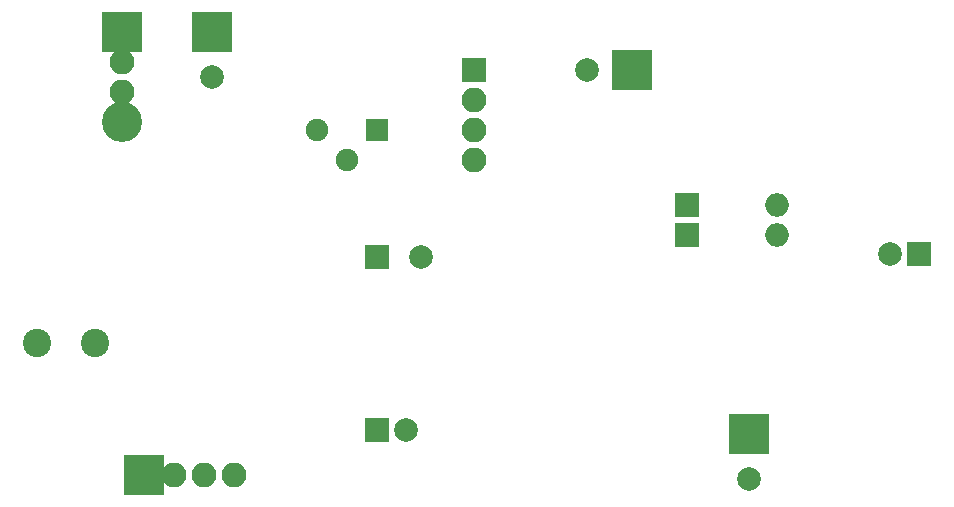
<source format=gbr>
G04 #@! TF.GenerationSoftware,KiCad,Pcbnew,no-vcs-found-c6d0075~61~ubuntu17.10.1*
G04 #@! TF.CreationDate,2018-02-05T23:49:34+03:00*
G04 #@! TF.ProjectId,tsa5512-pll,747361353531322D706C6C2E6B696361,rev?*
G04 #@! TF.SameCoordinates,Original*
G04 #@! TF.FileFunction,Soldermask,Bot*
G04 #@! TF.FilePolarity,Negative*
%FSLAX46Y46*%
G04 Gerber Fmt 4.6, Leading zero omitted, Abs format (unit mm)*
G04 Created by KiCad (PCBNEW no-vcs-found-c6d0075~61~ubuntu17.10.1) date Mon Feb  5 23:49:34 2018*
%MOMM*%
%LPD*%
G01*
G04 APERTURE LIST*
%ADD10C,1.900000*%
%ADD11R,1.900000X1.900000*%
%ADD12C,2.000000*%
%ADD13R,3.400000X3.400000*%
%ADD14R,2.000000X2.000000*%
%ADD15O,2.000000X2.000000*%
%ADD16C,2.400000*%
%ADD17O,3.400000X3.400000*%
%ADD18O,2.100000X2.100000*%
%ADD19R,2.100000X2.100000*%
G04 APERTURE END LIST*
D10*
X93726000Y-208534000D03*
X91186000Y-205994000D03*
D11*
X96266000Y-205994000D03*
D12*
X114056000Y-200914000D03*
D13*
X117856000Y-200914000D03*
X82296000Y-197739000D03*
D12*
X82296000Y-201539000D03*
X139712282Y-216512930D03*
D14*
X142212282Y-216512930D03*
D12*
X100066000Y-216789000D03*
D14*
X96266000Y-216789000D03*
X96266000Y-231394000D03*
D12*
X98766000Y-231394000D03*
D13*
X127762000Y-231775000D03*
D12*
X127762000Y-235575000D03*
D14*
X122527282Y-214884000D03*
D15*
X130147282Y-214884000D03*
X130147282Y-212344000D03*
D14*
X122527282Y-212344000D03*
D16*
X72390000Y-224028000D03*
X67510000Y-224028000D03*
D17*
X74676000Y-205359000D03*
D18*
X74676000Y-202819000D03*
X74676000Y-200279000D03*
D13*
X74676000Y-197739000D03*
X76581000Y-235204000D03*
D18*
X79121000Y-235204000D03*
X81661000Y-235204000D03*
X84201000Y-235204000D03*
D19*
X104521000Y-200914000D03*
D18*
X104521000Y-203454000D03*
X104521000Y-205994000D03*
X104521000Y-208534000D03*
M02*

</source>
